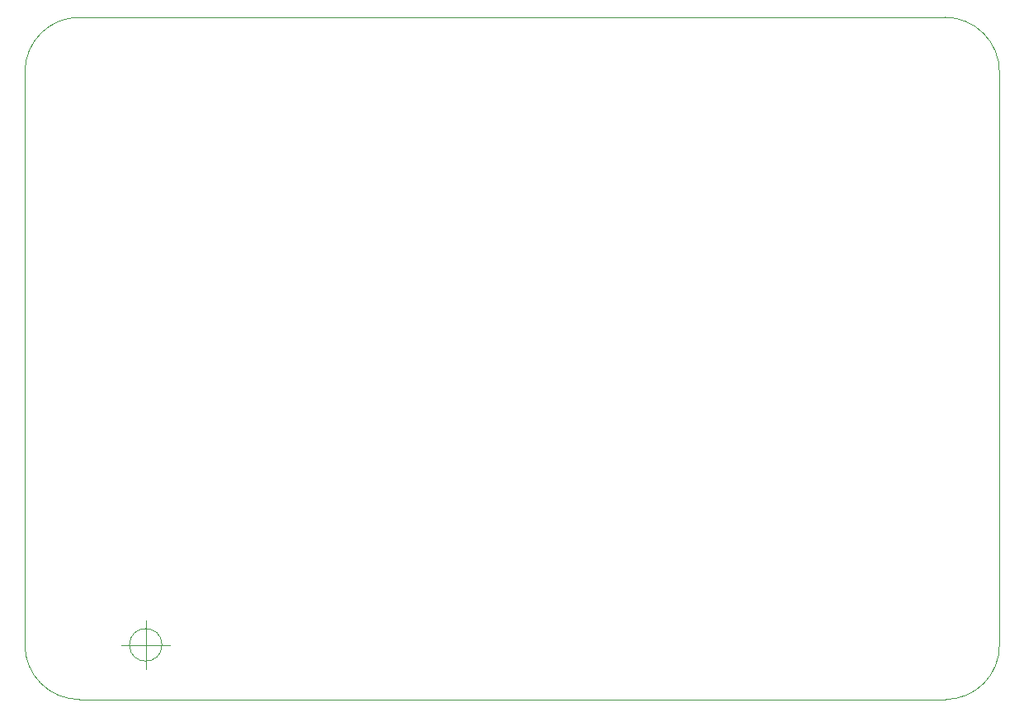
<source format=gm1>
%TF.GenerationSoftware,KiCad,Pcbnew,6.0.9+dfsg-1*%
%TF.CreationDate,2022-12-03T23:10:24+00:00*%
%TF.ProjectId,Token_Ring_MAU,546f6b65-6e5f-4526-996e-675f4d41552e,rev?*%
%TF.SameCoordinates,Original*%
%TF.FileFunction,Profile,NP*%
%FSLAX46Y46*%
G04 Gerber Fmt 4.6, Leading zero omitted, Abs format (unit mm)*
G04 Created by KiCad (PCBNEW 6.0.9+dfsg-1) date 2022-12-03 23:10:24*
%MOMM*%
%LPD*%
G01*
G04 APERTURE LIST*
%TA.AperFunction,Profile*%
%ADD10C,0.100000*%
%TD*%
G04 APERTURE END LIST*
D10*
X100000000Y-114400000D02*
G75*
G03*
X105600000Y-120000000I5600000J0D01*
G01*
X105600000Y-50000000D02*
G75*
G03*
X100000000Y-55600000I0J-5600000D01*
G01*
X194500000Y-120000000D02*
G75*
G03*
X200000000Y-114400000I-50000J5550000D01*
G01*
X200000000Y-114400000D02*
X200000000Y-55600000D01*
X100000000Y-55600000D02*
X100000000Y-114400000D01*
X200000000Y-55600000D02*
G75*
G03*
X194400000Y-50000000I-5600000J0D01*
G01*
X105600000Y-120000000D02*
X194500000Y-120000000D01*
X105600000Y-50000000D02*
X194400000Y-50000000D01*
X114066666Y-114400000D02*
G75*
G03*
X114066666Y-114400000I-1666666J0D01*
G01*
X109900000Y-114400000D02*
X114900000Y-114400000D01*
X112400000Y-111900000D02*
X112400000Y-116900000D01*
M02*

</source>
